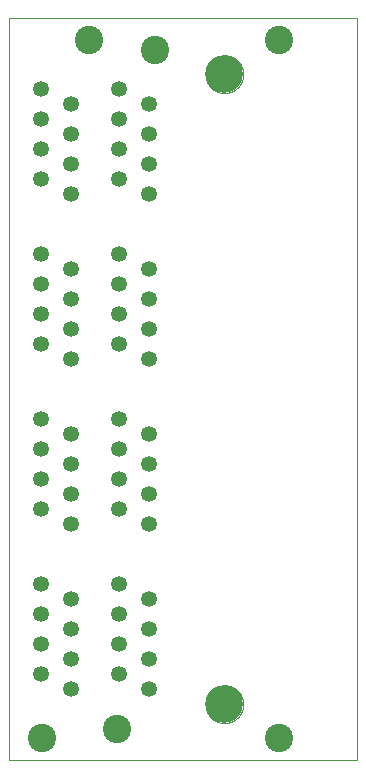
<source format=gts>
G04 EAGLE Gerber RS-274X export*
G75*
%MOMM*%
%FSLAX34Y34*%
%LPD*%
%INSolder Mask top*%
%IPPOS*%
%AMOC8*
5,1,8,0,0,1.08239X$1,22.5*%
G01*
%ADD10C,0.000000*%
%ADD11C,3.200000*%
%ADD12C,1.350000*%
%ADD13C,2.400000*%


D10*
X0Y628650D02*
X0Y0D01*
X295275Y0D01*
X295275Y628650D01*
X0Y628650D01*
X166563Y47625D02*
X166568Y48018D01*
X166582Y48410D01*
X166606Y48802D01*
X166640Y49193D01*
X166683Y49584D01*
X166736Y49973D01*
X166799Y50360D01*
X166870Y50746D01*
X166952Y51131D01*
X167042Y51513D01*
X167143Y51892D01*
X167252Y52270D01*
X167371Y52644D01*
X167498Y53015D01*
X167635Y53383D01*
X167781Y53748D01*
X167936Y54109D01*
X168099Y54466D01*
X168271Y54819D01*
X168452Y55167D01*
X168642Y55511D01*
X168839Y55851D01*
X169045Y56185D01*
X169259Y56514D01*
X169482Y56838D01*
X169712Y57156D01*
X169949Y57469D01*
X170195Y57775D01*
X170448Y58076D01*
X170708Y58370D01*
X170975Y58658D01*
X171249Y58939D01*
X171530Y59213D01*
X171818Y59480D01*
X172112Y59740D01*
X172413Y59993D01*
X172719Y60239D01*
X173032Y60476D01*
X173350Y60706D01*
X173674Y60929D01*
X174003Y61143D01*
X174337Y61349D01*
X174677Y61546D01*
X175021Y61736D01*
X175369Y61917D01*
X175722Y62089D01*
X176079Y62252D01*
X176440Y62407D01*
X176805Y62553D01*
X177173Y62690D01*
X177544Y62817D01*
X177918Y62936D01*
X178296Y63045D01*
X178675Y63146D01*
X179057Y63236D01*
X179442Y63318D01*
X179828Y63389D01*
X180215Y63452D01*
X180604Y63505D01*
X180995Y63548D01*
X181386Y63582D01*
X181778Y63606D01*
X182170Y63620D01*
X182563Y63625D01*
X182956Y63620D01*
X183348Y63606D01*
X183740Y63582D01*
X184131Y63548D01*
X184522Y63505D01*
X184911Y63452D01*
X185298Y63389D01*
X185684Y63318D01*
X186069Y63236D01*
X186451Y63146D01*
X186830Y63045D01*
X187208Y62936D01*
X187582Y62817D01*
X187953Y62690D01*
X188321Y62553D01*
X188686Y62407D01*
X189047Y62252D01*
X189404Y62089D01*
X189757Y61917D01*
X190105Y61736D01*
X190449Y61546D01*
X190789Y61349D01*
X191123Y61143D01*
X191452Y60929D01*
X191776Y60706D01*
X192094Y60476D01*
X192407Y60239D01*
X192713Y59993D01*
X193014Y59740D01*
X193308Y59480D01*
X193596Y59213D01*
X193877Y58939D01*
X194151Y58658D01*
X194418Y58370D01*
X194678Y58076D01*
X194931Y57775D01*
X195177Y57469D01*
X195414Y57156D01*
X195644Y56838D01*
X195867Y56514D01*
X196081Y56185D01*
X196287Y55851D01*
X196484Y55511D01*
X196674Y55167D01*
X196855Y54819D01*
X197027Y54466D01*
X197190Y54109D01*
X197345Y53748D01*
X197491Y53383D01*
X197628Y53015D01*
X197755Y52644D01*
X197874Y52270D01*
X197983Y51892D01*
X198084Y51513D01*
X198174Y51131D01*
X198256Y50746D01*
X198327Y50360D01*
X198390Y49973D01*
X198443Y49584D01*
X198486Y49193D01*
X198520Y48802D01*
X198544Y48410D01*
X198558Y48018D01*
X198563Y47625D01*
X198558Y47232D01*
X198544Y46840D01*
X198520Y46448D01*
X198486Y46057D01*
X198443Y45666D01*
X198390Y45277D01*
X198327Y44890D01*
X198256Y44504D01*
X198174Y44119D01*
X198084Y43737D01*
X197983Y43358D01*
X197874Y42980D01*
X197755Y42606D01*
X197628Y42235D01*
X197491Y41867D01*
X197345Y41502D01*
X197190Y41141D01*
X197027Y40784D01*
X196855Y40431D01*
X196674Y40083D01*
X196484Y39739D01*
X196287Y39399D01*
X196081Y39065D01*
X195867Y38736D01*
X195644Y38412D01*
X195414Y38094D01*
X195177Y37781D01*
X194931Y37475D01*
X194678Y37174D01*
X194418Y36880D01*
X194151Y36592D01*
X193877Y36311D01*
X193596Y36037D01*
X193308Y35770D01*
X193014Y35510D01*
X192713Y35257D01*
X192407Y35011D01*
X192094Y34774D01*
X191776Y34544D01*
X191452Y34321D01*
X191123Y34107D01*
X190789Y33901D01*
X190449Y33704D01*
X190105Y33514D01*
X189757Y33333D01*
X189404Y33161D01*
X189047Y32998D01*
X188686Y32843D01*
X188321Y32697D01*
X187953Y32560D01*
X187582Y32433D01*
X187208Y32314D01*
X186830Y32205D01*
X186451Y32104D01*
X186069Y32014D01*
X185684Y31932D01*
X185298Y31861D01*
X184911Y31798D01*
X184522Y31745D01*
X184131Y31702D01*
X183740Y31668D01*
X183348Y31644D01*
X182956Y31630D01*
X182563Y31625D01*
X182170Y31630D01*
X181778Y31644D01*
X181386Y31668D01*
X180995Y31702D01*
X180604Y31745D01*
X180215Y31798D01*
X179828Y31861D01*
X179442Y31932D01*
X179057Y32014D01*
X178675Y32104D01*
X178296Y32205D01*
X177918Y32314D01*
X177544Y32433D01*
X177173Y32560D01*
X176805Y32697D01*
X176440Y32843D01*
X176079Y32998D01*
X175722Y33161D01*
X175369Y33333D01*
X175021Y33514D01*
X174677Y33704D01*
X174337Y33901D01*
X174003Y34107D01*
X173674Y34321D01*
X173350Y34544D01*
X173032Y34774D01*
X172719Y35011D01*
X172413Y35257D01*
X172112Y35510D01*
X171818Y35770D01*
X171530Y36037D01*
X171249Y36311D01*
X170975Y36592D01*
X170708Y36880D01*
X170448Y37174D01*
X170195Y37475D01*
X169949Y37781D01*
X169712Y38094D01*
X169482Y38412D01*
X169259Y38736D01*
X169045Y39065D01*
X168839Y39399D01*
X168642Y39739D01*
X168452Y40083D01*
X168271Y40431D01*
X168099Y40784D01*
X167936Y41141D01*
X167781Y41502D01*
X167635Y41867D01*
X167498Y42235D01*
X167371Y42606D01*
X167252Y42980D01*
X167143Y43358D01*
X167042Y43737D01*
X166952Y44119D01*
X166870Y44504D01*
X166799Y44890D01*
X166736Y45277D01*
X166683Y45666D01*
X166640Y46057D01*
X166606Y46448D01*
X166582Y46840D01*
X166568Y47232D01*
X166563Y47625D01*
D11*
X182563Y47625D03*
D10*
X166563Y581025D02*
X166568Y581418D01*
X166582Y581810D01*
X166606Y582202D01*
X166640Y582593D01*
X166683Y582984D01*
X166736Y583373D01*
X166799Y583760D01*
X166870Y584146D01*
X166952Y584531D01*
X167042Y584913D01*
X167143Y585292D01*
X167252Y585670D01*
X167371Y586044D01*
X167498Y586415D01*
X167635Y586783D01*
X167781Y587148D01*
X167936Y587509D01*
X168099Y587866D01*
X168271Y588219D01*
X168452Y588567D01*
X168642Y588911D01*
X168839Y589251D01*
X169045Y589585D01*
X169259Y589914D01*
X169482Y590238D01*
X169712Y590556D01*
X169949Y590869D01*
X170195Y591175D01*
X170448Y591476D01*
X170708Y591770D01*
X170975Y592058D01*
X171249Y592339D01*
X171530Y592613D01*
X171818Y592880D01*
X172112Y593140D01*
X172413Y593393D01*
X172719Y593639D01*
X173032Y593876D01*
X173350Y594106D01*
X173674Y594329D01*
X174003Y594543D01*
X174337Y594749D01*
X174677Y594946D01*
X175021Y595136D01*
X175369Y595317D01*
X175722Y595489D01*
X176079Y595652D01*
X176440Y595807D01*
X176805Y595953D01*
X177173Y596090D01*
X177544Y596217D01*
X177918Y596336D01*
X178296Y596445D01*
X178675Y596546D01*
X179057Y596636D01*
X179442Y596718D01*
X179828Y596789D01*
X180215Y596852D01*
X180604Y596905D01*
X180995Y596948D01*
X181386Y596982D01*
X181778Y597006D01*
X182170Y597020D01*
X182563Y597025D01*
X182956Y597020D01*
X183348Y597006D01*
X183740Y596982D01*
X184131Y596948D01*
X184522Y596905D01*
X184911Y596852D01*
X185298Y596789D01*
X185684Y596718D01*
X186069Y596636D01*
X186451Y596546D01*
X186830Y596445D01*
X187208Y596336D01*
X187582Y596217D01*
X187953Y596090D01*
X188321Y595953D01*
X188686Y595807D01*
X189047Y595652D01*
X189404Y595489D01*
X189757Y595317D01*
X190105Y595136D01*
X190449Y594946D01*
X190789Y594749D01*
X191123Y594543D01*
X191452Y594329D01*
X191776Y594106D01*
X192094Y593876D01*
X192407Y593639D01*
X192713Y593393D01*
X193014Y593140D01*
X193308Y592880D01*
X193596Y592613D01*
X193877Y592339D01*
X194151Y592058D01*
X194418Y591770D01*
X194678Y591476D01*
X194931Y591175D01*
X195177Y590869D01*
X195414Y590556D01*
X195644Y590238D01*
X195867Y589914D01*
X196081Y589585D01*
X196287Y589251D01*
X196484Y588911D01*
X196674Y588567D01*
X196855Y588219D01*
X197027Y587866D01*
X197190Y587509D01*
X197345Y587148D01*
X197491Y586783D01*
X197628Y586415D01*
X197755Y586044D01*
X197874Y585670D01*
X197983Y585292D01*
X198084Y584913D01*
X198174Y584531D01*
X198256Y584146D01*
X198327Y583760D01*
X198390Y583373D01*
X198443Y582984D01*
X198486Y582593D01*
X198520Y582202D01*
X198544Y581810D01*
X198558Y581418D01*
X198563Y581025D01*
X198558Y580632D01*
X198544Y580240D01*
X198520Y579848D01*
X198486Y579457D01*
X198443Y579066D01*
X198390Y578677D01*
X198327Y578290D01*
X198256Y577904D01*
X198174Y577519D01*
X198084Y577137D01*
X197983Y576758D01*
X197874Y576380D01*
X197755Y576006D01*
X197628Y575635D01*
X197491Y575267D01*
X197345Y574902D01*
X197190Y574541D01*
X197027Y574184D01*
X196855Y573831D01*
X196674Y573483D01*
X196484Y573139D01*
X196287Y572799D01*
X196081Y572465D01*
X195867Y572136D01*
X195644Y571812D01*
X195414Y571494D01*
X195177Y571181D01*
X194931Y570875D01*
X194678Y570574D01*
X194418Y570280D01*
X194151Y569992D01*
X193877Y569711D01*
X193596Y569437D01*
X193308Y569170D01*
X193014Y568910D01*
X192713Y568657D01*
X192407Y568411D01*
X192094Y568174D01*
X191776Y567944D01*
X191452Y567721D01*
X191123Y567507D01*
X190789Y567301D01*
X190449Y567104D01*
X190105Y566914D01*
X189757Y566733D01*
X189404Y566561D01*
X189047Y566398D01*
X188686Y566243D01*
X188321Y566097D01*
X187953Y565960D01*
X187582Y565833D01*
X187208Y565714D01*
X186830Y565605D01*
X186451Y565504D01*
X186069Y565414D01*
X185684Y565332D01*
X185298Y565261D01*
X184911Y565198D01*
X184522Y565145D01*
X184131Y565102D01*
X183740Y565068D01*
X183348Y565044D01*
X182956Y565030D01*
X182563Y565025D01*
X182170Y565030D01*
X181778Y565044D01*
X181386Y565068D01*
X180995Y565102D01*
X180604Y565145D01*
X180215Y565198D01*
X179828Y565261D01*
X179442Y565332D01*
X179057Y565414D01*
X178675Y565504D01*
X178296Y565605D01*
X177918Y565714D01*
X177544Y565833D01*
X177173Y565960D01*
X176805Y566097D01*
X176440Y566243D01*
X176079Y566398D01*
X175722Y566561D01*
X175369Y566733D01*
X175021Y566914D01*
X174677Y567104D01*
X174337Y567301D01*
X174003Y567507D01*
X173674Y567721D01*
X173350Y567944D01*
X173032Y568174D01*
X172719Y568411D01*
X172413Y568657D01*
X172112Y568910D01*
X171818Y569170D01*
X171530Y569437D01*
X171249Y569711D01*
X170975Y569992D01*
X170708Y570280D01*
X170448Y570574D01*
X170195Y570875D01*
X169949Y571181D01*
X169712Y571494D01*
X169482Y571812D01*
X169259Y572136D01*
X169045Y572465D01*
X168839Y572799D01*
X168642Y573139D01*
X168452Y573483D01*
X168271Y573831D01*
X168099Y574184D01*
X167936Y574541D01*
X167781Y574902D01*
X167635Y575267D01*
X167498Y575635D01*
X167371Y576006D01*
X167252Y576380D01*
X167143Y576758D01*
X167042Y577137D01*
X166952Y577519D01*
X166870Y577904D01*
X166799Y578290D01*
X166736Y578677D01*
X166683Y579066D01*
X166640Y579457D01*
X166606Y579848D01*
X166582Y580240D01*
X166568Y580632D01*
X166563Y581025D01*
D11*
X182563Y581025D03*
D12*
X52388Y136525D03*
X26988Y149225D03*
X26988Y123825D03*
X52388Y111125D03*
X26988Y73025D03*
X52388Y60325D03*
X52388Y85725D03*
X26988Y98425D03*
X52388Y276225D03*
X26988Y288925D03*
X26988Y263525D03*
X52388Y250825D03*
X26988Y212725D03*
X52388Y200025D03*
X52388Y225425D03*
X26988Y238125D03*
X52388Y415925D03*
X26988Y428625D03*
X26988Y403225D03*
X52388Y390525D03*
X26988Y352425D03*
X52388Y339725D03*
X52388Y365125D03*
X26988Y377825D03*
X52388Y555625D03*
X26988Y568325D03*
X26988Y542925D03*
X52388Y530225D03*
X26988Y492125D03*
X52388Y479425D03*
X52388Y504825D03*
X26988Y517525D03*
X119063Y136525D03*
X93663Y149225D03*
X93663Y123825D03*
X119063Y111125D03*
X93663Y73025D03*
X119063Y60325D03*
X119063Y85725D03*
X93663Y98425D03*
X119063Y276225D03*
X93663Y288925D03*
X93663Y263525D03*
X119063Y250825D03*
X93663Y212725D03*
X119063Y200025D03*
X119063Y225425D03*
X93663Y238125D03*
X119063Y415925D03*
X93663Y428625D03*
X93663Y403225D03*
X119063Y390525D03*
X93663Y352425D03*
X119063Y339725D03*
X119063Y365125D03*
X93663Y377825D03*
X119063Y555625D03*
X93663Y568325D03*
X93663Y542925D03*
X119063Y530225D03*
X93663Y492125D03*
X119063Y479425D03*
X119063Y504825D03*
X93663Y517525D03*
D13*
X28575Y19050D03*
X92075Y26988D03*
X228600Y19050D03*
X228600Y609600D03*
X123825Y601663D03*
X68263Y609600D03*
M02*

</source>
